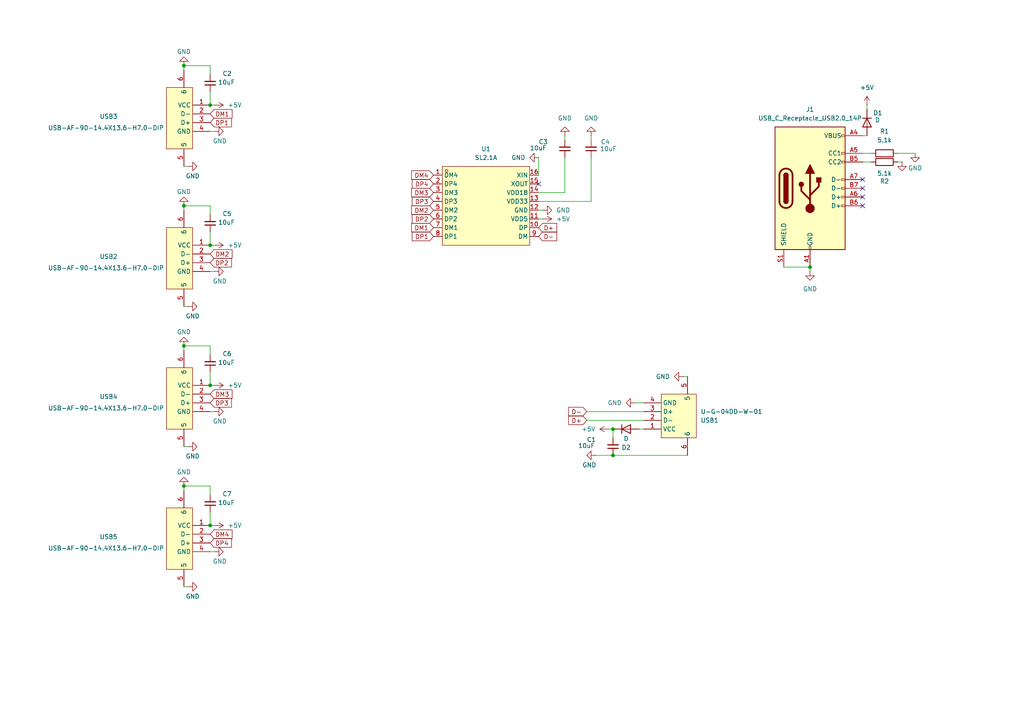
<source format=kicad_sch>
(kicad_sch (version 20250114) (generator "eeschema") (generator_version "9.0")
  (paper "A4")
  (lib_symbols
    (symbol "Connector:USB_C_Receptacle_USB2.0_14P" (pin_names (offset 1.016))
      (property "Reference" "J" (at 0 22.225 0))
      (property "Value" "USB_C_Receptacle_USB2.0_14P" (at 0 19.685 0))
      (symbol "USB_C_Receptacle_USB2.0_14P_0_0"
        (rectangle (start -0.254 -17.78) (end 0.254 -16.764))
        (rectangle (start 10.16 15.494) (end 9.144 14.986))
        (rectangle (start 10.16 10.414) (end 9.144 9.906))
        (rectangle (start 10.16 7.874) (end 9.144 7.366))
        (rectangle (start 10.16 2.794) (end 9.144 2.286))
        (rectangle (start 10.16 0.254) (end 9.144 -0.254))
        (rectangle (start 10.16 -2.286) (end 9.144 -2.794))
        (rectangle (start 10.16 -4.826) (end 9.144 -5.334))
      )
      (symbol "USB_C_Receptacle_USB2.0_14P_0_1"
        (rectangle (start -10.16 17.78) (end 10.16 -17.78) (stroke (width 0.254)) (fill (type background)))
        (polyline (pts (xy -8.89 -3.81) (xy -8.89 3.81)) (stroke (width 0.508)))
        (rectangle (start -7.62 -3.81) (end -6.35 3.81) (stroke (width 0.254)) (fill (type outline)))
        (arc (start -7.62 3.81) (mid -6.985 4.4423) (end -6.35 3.81) (stroke (width 0.254)))
        (arc (start -7.62 3.81) (mid -6.985 4.4423) (end -6.35 3.81) (stroke (width 0.254)) (fill (type outline)))
        (arc (start -8.89 3.81) (mid -6.985 5.7067) (end -5.08 3.81) (stroke (width 0.508)))
        (arc (start -5.08 -3.81) (mid -6.985 -5.7067) (end -8.89 -3.81) (stroke (width 0.508)))
        (arc (start -6.35 -3.81) (mid -6.985 -4.4423) (end -7.62 -3.81) (stroke (width 0.254)))
        (arc (start -6.35 -3.81) (mid -6.985 -4.4423) (end -7.62 -3.81) (stroke (width 0.254)) (fill (type outline)))
        (polyline (pts (xy -5.08 3.81) (xy -5.08 -3.81)) (stroke (width 0.508)))
        (circle (center -2.54 1.143) (radius 0.635) (stroke (width 0.254)) (fill (type outline)))
        (polyline (pts (xy -1.27 4.318) (xy 0 6.858) (xy 1.27 4.318) (xy -1.27 4.318)) (stroke (width 0.254)) (fill (type outline)))
        (polyline (pts (xy 0 -2.032) (xy 2.54 0.508) (xy 2.54 1.778)) (stroke (width 0.508)))
        (polyline (pts (xy 0 -3.302) (xy -2.54 -0.762) (xy -2.54 0.508)) (stroke (width 0.508)))
        (polyline (pts (xy 0 -5.842) (xy 0 4.318)) (stroke (width 0.508)))
        (circle (center 0 -5.842) (radius 1.27) (fill (type outline)))
        (rectangle (start 1.905 1.778) (end 3.175 3.048) (stroke (width 0.254)) (fill (type outline)))
      )
      (symbol "USB_C_Receptacle_USB2.0_14P_1_1"
        (pin passive line (at -7.62 -22.86 90) (length 5.08) (name "SHIELD") (number "S1"))
        (pin passive line (at 0 -22.86 90) (length 5.08) (name "GND") (number "A1"))
        (pin passive line (at 0 -22.86 90) (length 5.08) (hide yes) (name "GND") (number "A12"))
        (pin passive line (at 0 -22.86 90) (length 5.08) (hide yes) (name "GND") (number "B1"))
        (pin passive line (at 0 -22.86 90) (length 5.08) (hide yes) (name "GND") (number "B12"))
        (pin passive line (at 15.24 15.24 180) (length 5.08) (name "VBUS") (number "A4"))
        (pin passive line (at 15.24 15.24 180) (length 5.08) (hide yes) (name "VBUS") (number "A9"))
        (pin passive line (at 15.24 15.24 180) (length 5.08) (hide yes) (name "VBUS") (number "B4"))
        (pin passive line (at 15.24 15.24 180) (length 5.08) (hide yes) (name "VBUS") (number "B9"))
        (pin bidirectional line (at 15.24 10.16 180) (length 5.08) (name "CC1") (number "A5"))
        (pin bidirectional line (at 15.24 7.62 180) (length 5.08) (name "CC2") (number "B5"))
        (pin bidirectional line (at 15.24 2.54 180) (length 5.08) (name "D-") (number "A7"))
        (pin bidirectional line (at 15.24 0 180) (length 5.08) (name "D-") (number "B7"))
        (pin bidirectional line (at 15.24 -2.54 180) (length 5.08) (name "D+") (number "A6"))
        (pin bidirectional line (at 15.24 -5.08 180) (length 5.08) (name "D+") (number "B6"))
      )
    )
    (symbol "CoreChips_SL2.1A:SL2.1A"
      (property "Reference" "U" (at 0 13.97 0))
      (property "Value" "SL2.1A" (at 0 -13.97 0))
      (symbol "SL2.1A_0_1"
        (rectangle (start -12.7 11.43) (end 12.7 -11.43) (fill (type background)))
        (circle (center -11.43 10.16) (radius 0.38))
        (pin unspecified line (at -15.24 8.89 0) (length 2.54) (name "DM4") (number "1"))
        (pin unspecified line (at -15.24 6.35 0) (length 2.54) (name "DP4") (number "2"))
        (pin unspecified line (at -15.24 3.81 0) (length 2.54) (name "DM3") (number "3"))
        (pin unspecified line (at -15.24 1.27 0) (length 2.54) (name "DP3") (number "4"))
        (pin unspecified line (at -15.24 -1.27 0) (length 2.54) (name "DM2") (number "5"))
        (pin unspecified line (at -15.24 -3.81 0) (length 2.54) (name "DP2") (number "6"))
        (pin unspecified line (at -15.24 -6.35 0) (length 2.54) (name "DM1") (number "7"))
        (pin unspecified line (at -15.24 -8.89 0) (length 2.54) (name "DP1") (number "8"))
        (pin unspecified line (at 15.24 8.89 180) (length 2.54) (name "XIN") (number "16"))
        (pin unspecified line (at 15.24 6.35 180) (length 2.54) (name "XOUT") (number "15"))
        (pin unspecified line (at 15.24 3.81 180) (length 2.54) (name "VDD18") (number "14"))
        (pin unspecified line (at 15.24 1.27 180) (length 2.54) (name "VDD33") (number "13"))
        (pin unspecified line (at 15.24 -1.27 180) (length 2.54) (name "GND") (number "12"))
        (pin unspecified line (at 15.24 -3.81 180) (length 2.54) (name "VDD5") (number "11"))
        (pin unspecified line (at 15.24 -6.35 180) (length 2.54) (name "DP") (number "10"))
        (pin unspecified line (at 15.24 -8.89 180) (length 2.54) (name "DM") (number "9"))
      )
    )
    (symbol "Device:C_Small" (pin_numbers (hide yes)) (pin_names (offset 0.254) (hide yes))
      (property "Reference" "C" (at 0.254 1.778 0))
      (property "Value" "C_Small" (at 0.254 -2.032 0))
      (symbol "C_Small_0_1"
        (polyline (pts (xy -1.524 0.508) (xy 1.524 0.508)) (stroke (width 0.3048)))
        (polyline (pts (xy -1.524 -0.508) (xy 1.524 -0.508)) (stroke (width 0.3302)))
      )
      (symbol "C_Small_1_1"
        (pin passive line (at 0 2.54 270) (length 2.032) (name "~") (number "1"))
        (pin passive line (at 0 -2.54 90) (length 2.032) (name "~") (number "2"))
      )
    )
    (symbol "Device:D" (pin_numbers (hide yes)) (pin_names (offset 1.016) (hide yes))
      (property "Reference" "D" (at 0 2.54 0))
      (property "Value" "D" (at 0 -2.54 0))
      (symbol "D_0_1"
        (polyline (pts (xy -1.27 1.27) (xy -1.27 -1.27)) (stroke (width 0.254)))
        (polyline (pts (xy 1.27 1.27) (xy 1.27 -1.27) (xy -1.27 0) (xy 1.27 1.27)) (stroke (width 0.254)))
        (polyline (pts (xy 1.27 0) (xy -1.27 0)))
      )
      (symbol "D_1_1"
        (pin passive line (at -3.81 0 0) (length 2.54) (name "K") (number "1"))
        (pin passive line (at 3.81 0 180) (length 2.54) (name "A") (number "2"))
      )
    )
    (symbol "Device:R" (pin_numbers (hide yes)) (pin_names (offset 0))
      (property "Reference" "R" (at 2.032 0 90))
      (property "Value" "R" (at 0 0 90))
      (symbol "R_0_1"
        (rectangle (start -1.016 -2.54) (end 1.016 2.54) (stroke (width 0.254)))
      )
      (symbol "R_1_1"
        (pin passive line (at 0 3.81 270) (length 1.27) (name "~") (number "1"))
        (pin passive line (at 0 -3.81 90) (length 1.27) (name "~") (number "2"))
      )
    )
    (symbol "USB_A_Plug:U-G-04DD-W-01"
      (property "Reference" "USB" (at 0 16.51 0))
      (property "Value" "U-G-04DD-W-01" (at 0 -16.51 0))
      (symbol "U-G-04DD-W-01_0_1"
        (rectangle (start -8.89 6.35) (end 1.27 -6.35) (fill (type background)))
        (pin unspecified line (at -6.35 11.43 270) (length 5.08) (name "6") (number "6"))
        (pin unspecified line (at -6.35 -11.43 90) (length 5.08) (name "5") (number "5"))
        (pin unspecified line (at 6.35 3.81 180) (length 5.08) (name "VCC") (number "1"))
        (pin unspecified line (at 6.35 1.27 180) (length 5.08) (name "D-") (number "2"))
        (pin unspecified line (at 6.35 -1.27 180) (length 5.08) (name "D+") (number "3"))
        (pin unspecified line (at 6.35 -3.81 180) (length 5.08) (name "GND") (number "4"))
      )
    )
    (symbol "USB_A_Socket:USB-AF-90-14.4X13.6-H7.0-DIP"
      (property "Reference" "USB" (at 0 7.62 0))
      (property "Value" "USB-AF-90-14.4X13.6-H7.0-DIP" (at 0 -10.16 0))
      (symbol "USB-AF-90-14.4X13.6-H7.0-DIP_0_1"
        (rectangle (start -7.62 7.62) (end 10.16 0) (fill (type background)))
        (pin unspecified line (at -12.7 2.54 0) (length 5.08) (name "5") (number "5"))
        (pin unspecified line (at -2.54 -5.08 90) (length 5.08) (name "GND") (number "4"))
        (pin unspecified line (at 0 -5.08 90) (length 5.08) (name "D+") (number "3"))
        (pin unspecified line (at 2.54 -5.08 90) (length 5.08) (name "D-") (number "2"))
        (pin unspecified line (at 5.08 -5.08 90) (length 5.08) (name "VCC") (number "1"))
        (pin unspecified line (at 15.24 2.54 180) (length 5.08) (name "6") (number "6"))
      )
    )
    (symbol "power:+5V" (power) (pin_numbers (hide yes)) (pin_names (offset 0) (hide yes))
      (property "Value" "+5V" (at 0 3.556 0))
      (symbol "+5V_0_1"
        (polyline (pts (xy -0.762 1.27) (xy 0 2.54)))
        (polyline (pts (xy 0 2.54) (xy 0.762 1.27)))
        (polyline (pts (xy 0 0) (xy 0 2.54)))
      )
      (symbol "+5V_1_1"
        (pin power_in line (at 0 0 90) (length 0) (name "~") (number "1"))
      )
    )
    (symbol "power:GND" (power) (pin_numbers (hide yes)) (pin_names (offset 0) (hide yes))
      (property "Value" "GND" (at 0 -3.81 0))
      (symbol "GND_0_1"
        (polyline (pts (xy 0 0) (xy 0 -1.27) (xy 1.27 -1.27) (xy 0 -2.54) (xy -1.27 -1.27) (xy 0 -1.27)))
      )
      (symbol "GND_1_1"
        (pin power_in line (at 0 0 270) (length 0) (name "~") (number "1"))
      )
    )
  )
  (junction (at 60.96 71.12))
  (junction (at 60.96 152.4))
  (junction (at 177.8 124.46))
  (junction (at 177.8 132.08))
  (junction (at 60.96 111.76))
  (junction (at 53.34 19.05))
  (junction (at 53.34 59.69))
  (junction (at 60.96 30.48))
  (junction (at 53.34 140.97))
  (junction (at 53.34 100.33))
  (junction (at 234.95 77.47))
  (no_connect (at 156.21 53.34))
  (no_connect (at 250.19 54.61))
  (no_connect (at 250.19 57.15))
  (no_connect (at 250.19 52.07))
  (no_connect (at 250.19 59.69))
  (wire (pts (xy 156.21 58.42) (xy 171.45 58.42)))
  (wire (pts (xy 170.18 119.38) (xy 186.69 119.38)))
  (wire (pts (xy 170.18 121.92) (xy 186.69 121.92)))
  (wire (pts (xy 252.73 44.45) (xy 250.19 44.45)))
  (wire (pts (xy 60.96 19.05) (xy 60.96 21.59)))
  (wire (pts (xy 227.33 77.47) (xy 234.95 77.47)))
  (wire (pts (xy 60.96 26.67) (xy 60.96 30.48)))
  (wire (pts (xy 157.48 63.5) (xy 156.21 63.5)))
  (wire (pts (xy 177.8 132.08) (xy 199.39 132.08)))
  (wire (pts (xy 53.34 59.69) (xy 53.34 60.96)))
  (wire (pts (xy 62.23 111.76) (xy 60.96 111.76)))
  (wire (pts (xy 62.23 30.48) (xy 60.96 30.48)))
  (wire (pts (xy 172.72 132.08) (xy 177.8 132.08)))
  (wire (pts (xy 265.43 44.45) (xy 260.35 44.45)))
  (wire (pts (xy 62.23 78.74) (xy 60.96 78.74)))
  (wire (pts (xy 157.48 60.96) (xy 156.21 60.96)))
  (wire (pts (xy 62.23 119.38) (xy 60.96 119.38)))
  (wire (pts (xy 156.21 45.72) (xy 156.21 50.8)))
  (wire (pts (xy 60.96 148.59) (xy 60.96 152.4)))
  (wire (pts (xy 62.23 160.02) (xy 60.96 160.02)))
  (wire (pts (xy 163.83 39.37) (xy 163.83 40.64)))
  (wire (pts (xy 60.96 100.33) (xy 53.34 100.33)))
  (wire (pts (xy 53.34 100.33) (xy 53.34 101.6)))
  (wire (pts (xy 60.96 107.95) (xy 60.96 111.76)))
  (wire (pts (xy 171.45 39.37) (xy 171.45 40.64)))
  (wire (pts (xy 54.61 129.54) (xy 53.34 129.54)))
  (wire (pts (xy 185.42 124.46) (xy 186.69 124.46)))
  (wire (pts (xy 261.62 46.99) (xy 260.35 46.99)))
  (wire (pts (xy 234.95 78.74) (xy 234.95 77.47)))
  (wire (pts (xy 177.8 127) (xy 177.8 124.46)))
  (wire (pts (xy 60.96 67.31) (xy 60.96 71.12)))
  (wire (pts (xy 62.23 71.12) (xy 60.96 71.12)))
  (wire (pts (xy 60.96 140.97) (xy 60.96 143.51)))
  (wire (pts (xy 176.53 124.46) (xy 177.8 124.46)))
  (wire (pts (xy 53.34 140.97) (xy 53.34 142.24)))
  (wire (pts (xy 156.21 55.88) (xy 163.83 55.88)))
  (wire (pts (xy 54.61 88.9) (xy 53.34 88.9)))
  (wire (pts (xy 54.61 48.26) (xy 53.34 48.26)))
  (wire (pts (xy 163.83 55.88) (xy 163.83 45.72)))
  (wire (pts (xy 62.23 38.1) (xy 60.96 38.1)))
  (wire (pts (xy 251.46 30.48) (xy 251.46 31.75)))
  (wire (pts (xy 184.15 116.84) (xy 186.69 116.84)))
  (wire (pts (xy 60.96 19.05) (xy 53.34 19.05)))
  (wire (pts (xy 251.46 39.37) (xy 250.19 39.37)))
  (wire (pts (xy 62.23 152.4) (xy 60.96 152.4)))
  (wire (pts (xy 60.96 59.69) (xy 53.34 59.69)))
  (wire (pts (xy 171.45 58.42) (xy 171.45 45.72)))
  (wire (pts (xy 60.96 100.33) (xy 60.96 102.87)))
  (wire (pts (xy 54.61 170.18) (xy 53.34 170.18)))
  (wire (pts (xy 252.73 46.99) (xy 250.19 46.99)))
  (wire (pts (xy 53.34 19.05) (xy 53.34 20.32)))
  (wire (pts (xy 60.96 59.69) (xy 60.96 62.23)))
  (wire (pts (xy 198.12 109.22) (xy 199.39 109.22)))
  (wire (pts (xy 60.96 140.97) (xy 53.34 140.97)))
  (global_label "DM2" (shape input) (at 125.73 60.96 180) (property "Intersheetrefs" "${INTERSHEET_REFS}" (effects (hide yes))))
  (global_label "DP2" (shape input) (at 125.73 63.5 180) (property "Intersheetrefs" "${INTERSHEET_REFS}" (effects (hide yes))))
  (global_label "D+" (shape input) (at 156.21 66.04 0) (property "Intersheetrefs" "${INTERSHEET_REFS}" (effects (hide yes))))
  (global_label "DM1" (shape input) (at 60.96 33.02 0) (property "Intersheetrefs" "${INTERSHEET_REFS}" (effects (hide yes))))
  (global_label "DP1" (shape input) (at 60.96 35.56 0) (property "Intersheetrefs" "${INTERSHEET_REFS}" (effects (hide yes))))
  (global_label "DP4" (shape input) (at 125.73 53.34 180) (property "Intersheetrefs" "${INTERSHEET_REFS}" (effects (hide yes))))
  (global_label "DP3" (shape input) (at 60.96 116.84 0) (property "Intersheetrefs" "${INTERSHEET_REFS}" (effects (hide yes))))
  (global_label "DP3" (shape input) (at 125.73 58.42 180) (property "Intersheetrefs" "${INTERSHEET_REFS}" (effects (hide yes))))
  (global_label "DP1" (shape input) (at 125.73 68.58 180) (property "Intersheetrefs" "${INTERSHEET_REFS}" (effects (hide yes))))
  (global_label "D+" (shape input) (at 170.18 121.92 180) (property "Intersheetrefs" "${INTERSHEET_REFS}" (effects (hide yes))))
  (global_label "DP2" (shape input) (at 60.96 76.2 0) (property "Intersheetrefs" "${INTERSHEET_REFS}" (effects (hide yes))))
  (global_label "DM1" (shape input) (at 125.73 66.04 180) (property "Intersheetrefs" "${INTERSHEET_REFS}" (effects (hide yes))))
  (global_label "D-" (shape input) (at 156.21 68.58 0) (property "Intersheetrefs" "${INTERSHEET_REFS}" (effects (hide yes))))
  (global_label "DM4" (shape input) (at 60.96 154.94 0) (property "Intersheetrefs" "${INTERSHEET_REFS}" (effects (hide yes))))
  (global_label "D-" (shape input) (at 170.18 119.38 180) (property "Intersheetrefs" "${INTERSHEET_REFS}" (effects (hide yes))))
  (global_label "DM3" (shape input) (at 60.96 114.3 0) (property "Intersheetrefs" "${INTERSHEET_REFS}" (effects (hide yes))))
  (global_label "DM4" (shape input) (at 125.73 50.8 180) (property "Intersheetrefs" "${INTERSHEET_REFS}" (effects (hide yes))))
  (global_label "DP4" (shape input) (at 60.96 157.48 0) (property "Intersheetrefs" "${INTERSHEET_REFS}" (effects (hide yes))))
  (global_label "DM3" (shape input) (at 125.73 55.88 180) (property "Intersheetrefs" "${INTERSHEET_REFS}" (effects (hide yes))))
  (global_label "DM2" (shape input) (at 60.96 73.66 0) (property "Intersheetrefs" "${INTERSHEET_REFS}" (effects (hide yes))))
  (symbol (lib_id "power:+5V") (at 251.46 30.48 0) (unit 1)
    (property "Reference" "#PWR04" (effects (hide yes)))
    (property "Value" "+5V" (at 251.46 25.4 0))
    (property "Description" "Power symbol creates a global label with name \"+5V\"" (effects (hide yes)))
  )
  (symbol (lib_id "power:GND") (at 157.48 60.96 90) (unit 1)
    (property "Reference" "#PWR05" (effects (hide yes)))
    (property "Value" "GND" (at 161.29 60.9599 90) (effects (justify right)))
    (property "Description" "Power symbol creates a global label with name \"GND\" , ground" (effects (hide yes)))
  )
  (symbol (lib_id "USB_A_Socket:USB-AF-90-14.4X13.6-H7.0-DIP") (at 55.88 157.48 90) (unit 1)
    (property "Reference" "USB5" (at 31.496 155.702 90))
    (property "Value" "USB-AF-90-14.4X13.6-H7.0-DIP" (at 30.734 159.004 90))
    (property "Footprint" "USB_A_Socket:USB-A-TH_C46407" (effects (hide yes)))
    (property "Datasheet" "https://lcsc.com/product-detail/USB-Connectors_A-F90-White-plastic-Not-high-temperature_C46407.html" (effects (hide yes)))
    (property "LCSC Part" "C46407" (effects (hide yes)))
  )
  (symbol (lib_id "power:GND") (at 156.21 45.72 270) (unit 1)
    (property "Reference" "#PWR017" (effects (hide yes)))
    (property "Value" "GND" (at 152.4 45.7199 90) (effects (justify right)))
    (property "Description" "Power symbol creates a global label with name \"GND\" , ground" (effects (hide yes)))
  )
  (symbol (lib_id "CoreChips_SL2.1A:SL2.1A") (at 140.97 59.69 0) (unit 1)
    (property "Reference" "U1" (at 140.97 43.18 0))
    (property "Value" "SL2.1A" (at 140.97 45.72 0))
    (property "Footprint" "CoreChips_SL2.1A:SOP-16_L10.0-W3.9-P1.27-LS6.0-BL" (effects (hide yes)))
    (property "Datasheet" "https://lcsc.com/product-detail/Others_CoreChips-SL2-1A_C192893.html" (effects (hide yes)))
    (property "LCSC Part" "C192893" (effects (hide yes)))
  )
  (symbol (lib_id "power:GND") (at 53.34 100.33 180) (unit 1)
    (property "Reference" "#PWR022" (effects (hide yes)))
    (property "Value" "GND" (at 53.34 96.266 0))
    (property "Description" "Power symbol creates a global label with name \"GND\" , ground" (effects (hide yes)))
  )
  (symbol (lib_id "Device:C_Small") (at 60.96 105.41 180) (unit 1)
    (property "Reference" "C6" (at 64.516 102.616 0) (effects (justify right)))
    (property "Value" "10uF" (at 63.246 105.156 0) (effects (justify right)))
    (property "Footprint" "Decoupling_Capacitor:C0603" (effects (hide yes)))
    (property "Description" "Unpolarized capacitor, small symbol" (effects (hide yes)))
  )
  (symbol (lib_id "Device:D") (at 181.61 124.46 0) (unit 1)
    (property "Reference" "D2" (at 181.61 129.794 0))
    (property "Value" "D" (at 181.61 127.254 0))
    (property "Footprint" "Diode:SOD-323_L1.8-W1.3-LS2.5-RD" (effects (hide yes)))
    (property "Description" "Diode" (effects (hide yes)))
    (property "Sim.Device" "D" (effects (hide yes)))
    (property "Sim.Pins" "1=K 2=A" (effects (hide yes)))
  )
  (symbol (lib_id "power:GND") (at 53.34 19.05 180) (unit 1)
    (property "Reference" "#PWR08" (effects (hide yes)))
    (property "Value" "GND" (at 53.34 14.986 0))
    (property "Description" "Power symbol creates a global label with name \"GND\" , ground" (effects (hide yes)))
  )
  (symbol (lib_id "power:GND") (at 54.61 48.26 90) (unit 1)
    (property "Reference" "#PWR07" (effects (hide yes)))
    (property "Value" "GND" (at 55.88 51.054 90))
    (property "Description" "Power symbol creates a global label with name \"GND\" , ground" (effects (hide yes)))
  )
  (symbol (lib_id "Device:C_Small") (at 171.45 43.18 180) (unit 1)
    (property "Reference" "C4" (at 174.244 41.148 0) (effects (justify right)))
    (property "Value" "10uF" (at 173.99 43.18 0) (effects (justify right)))
    (property "Footprint" "Decoupling_Capacitor:C0603" (effects (hide yes)))
    (property "Description" "Unpolarized capacitor, small symbol" (effects (hide yes)))
  )
  (symbol (lib_id "power:GND") (at 265.43 44.45 0) (unit 1)
    (property "Reference" "#PWR012" (effects (hide yes)))
    (property "Value" "GND" (at 265.43 48.768 0))
    (property "Description" "Power symbol creates a global label with name \"GND\" , ground" (effects (hide yes)))
  )
  (symbol (lib_id "Connector:USB_C_Receptacle_USB2.0_14P") (at 234.95 54.61 0) (unit 1)
    (property "Reference" "J1" (at 234.95 31.75 0))
    (property "Value" "USB_C_Receptacle_USB2.0_14P" (at 234.95 34.29 0))
    (property "Footprint" "Connector_USB:USB_C_Receptacle_XKB_U262-16XN-4BVC11" (effects (hide yes)))
    (property "Datasheet" "https://www.usb.org/sites/default/files/documents/usb_type-c.zip" (effects (hide yes)))
    (property "Description" "USB 2.0-only 14P Type-C Receptacle connector" (effects (hide yes)))
  )
  (symbol (lib_id "USB_A_Socket:USB-AF-90-14.4X13.6-H7.0-DIP") (at 55.88 76.2 90) (unit 1)
    (property "Reference" "USB2" (at 31.496 74.422 90))
    (property "Value" "USB-AF-90-14.4X13.6-H7.0-DIP" (at 30.734 77.724 90))
    (property "Footprint" "USB_A_Socket:USB-A-TH_C46407" (effects (hide yes)))
    (property "Datasheet" "https://lcsc.com/product-detail/USB-Connectors_A-F90-White-plastic-Not-high-temperature_C46407.html" (effects (hide yes)))
    (property "LCSC Part" "C46407" (effects (hide yes)))
  )
  (symbol (lib_id "Device:C_Small") (at 60.96 146.05 180) (unit 1)
    (property "Reference" "C7" (at 64.516 143.256 0) (effects (justify right)))
    (property "Value" "10uF" (at 63.246 145.796 0) (effects (justify right)))
    (property "Footprint" "Decoupling_Capacitor:C0603" (effects (hide yes)))
    (property "Description" "Unpolarized capacitor, small symbol" (effects (hide yes)))
  )
  (symbol (lib_id "power:+5V") (at 62.23 30.48 270) (unit 1)
    (property "Reference" "#PWR014" (effects (hide yes)))
    (property "Value" "+5V" (at 66.04 30.4799 90) (effects (justify left)))
    (property "Description" "Power symbol creates a global label with name \"+5V\"" (effects (hide yes)))
  )
  (symbol (lib_id "power:GND") (at 171.45 39.37 180) (unit 1)
    (property "Reference" "#PWR016" (effects (hide yes)))
    (property "Value" "GND" (at 171.45 34.29 0))
    (property "Description" "Power symbol creates a global label with name \"GND\" , ground" (effects (hide yes)))
  )
  (symbol (lib_id "power:GND") (at 62.23 119.38 90) (unit 1)
    (property "Reference" "#PWR024" (effects (hide yes)))
    (property "Value" "GND" (at 63.754 122.174 90))
    (property "Description" "Power symbol creates a global label with name \"GND\" , ground" (effects (hide yes)))
  )
  (symbol (lib_id "Device:R") (at 256.54 46.99 90) (unit 1)
    (property "Reference" "R2" (at 256.54 52.578 90))
    (property "Value" "5.1k" (at 256.54 50.292 90))
    (property "Footprint" "Resistor:R0402" (effects (hide yes)))
    (property "Description" "Resistor" (effects (hide yes)))
  )
  (symbol (lib_id "power:GND") (at 184.15 116.84 270) (unit 1)
    (property "Reference" "#PWR06" (effects (hide yes)))
    (property "Value" "GND" (at 180.34 116.8401 90) (effects (justify right)))
    (property "Description" "Power symbol creates a global label with name \"GND\" , ground" (effects (hide yes)))
  )
  (symbol (lib_id "power:GND") (at 198.12 109.22 270) (unit 1)
    (property "Reference" "#PWR01" (effects (hide yes)))
    (property "Value" "GND" (at 194.31 109.2201 90) (effects (justify right)))
    (property "Description" "Power symbol creates a global label with name \"GND\" , ground" (effects (hide yes)))
  )
  (symbol (lib_id "power:GND") (at 163.83 39.37 180) (unit 1)
    (property "Reference" "#PWR015" (effects (hide yes)))
    (property "Value" "GND" (at 163.83 34.29 0))
    (property "Description" "Power symbol creates a global label with name \"GND\" , ground" (effects (hide yes)))
  )
  (symbol (lib_id "Device:C_Small") (at 60.96 64.77 180) (unit 1)
    (property "Reference" "C5" (at 64.516 61.976 0) (effects (justify right)))
    (property "Value" "10uF" (at 63.246 64.516 0) (effects (justify right)))
    (property "Footprint" "Decoupling_Capacitor:C0603" (effects (hide yes)))
    (property "Description" "Unpolarized capacitor, small symbol" (effects (hide yes)))
  )
  (symbol (lib_id "Device:C_Small") (at 60.96 24.13 180) (unit 1)
    (property "Reference" "C2" (at 64.516 21.336 0) (effects (justify right)))
    (property "Value" "10uF" (at 63.246 23.876 0) (effects (justify right)))
    (property "Footprint" "Decoupling_Capacitor:C0603" (effects (hide yes)))
    (property "Description" "Unpolarized capacitor, small symbol" (effects (hide yes)))
  )
  (symbol (lib_id "power:+5V") (at 176.53 124.46 90) (unit 1)
    (property "Reference" "#PWR011" (effects (hide yes)))
    (property "Value" "+5V" (at 172.72 124.4599 90) (effects (justify left)))
    (property "Description" "Power symbol creates a global label with name \"+5V\"" (effects (hide yes)))
  )
  (symbol (lib_id "power:GND") (at 172.72 132.08 270) (unit 1)
    (property "Reference" "#PWR02" (effects (hide yes)))
    (property "Value" "GND" (at 172.974 134.874 90) (effects (justify right)))
    (property "Description" "Power symbol creates a global label with name \"GND\" , ground" (effects (hide yes)))
  )
  (symbol (lib_id "power:+5V") (at 62.23 71.12 270) (unit 1)
    (property "Reference" "#PWR019" (effects (hide yes)))
    (property "Value" "+5V" (at 66.04 71.1199 90) (effects (justify left)))
    (property "Description" "Power symbol creates a global label with name \"+5V\"" (effects (hide yes)))
  )
  (symbol (lib_id "Device:D") (at 251.46 35.56 270) (unit 1)
    (property "Reference" "D1" (at 253.238 32.766 90) (effects (justify left)))
    (property "Value" "D" (at 253.746 34.798 90) (effects (justify left)))
    (property "Footprint" "Diode:SOD-323_L1.8-W1.3-LS2.5-RD" (effects (hide yes)))
    (property "Description" "Diode" (effects (hide yes)))
    (property "Sim.Device" "D" (effects (hide yes)))
    (property "Sim.Pins" "1=K 2=A" (effects (hide yes)))
  )
  (symbol (lib_id "USB_A_Socket:USB-AF-90-14.4X13.6-H7.0-DIP") (at 55.88 116.84 90) (unit 1)
    (property "Reference" "USB4" (at 31.496 115.062 90))
    (property "Value" "USB-AF-90-14.4X13.6-H7.0-DIP" (at 30.734 118.364 90))
    (property "Footprint" "USB_A_Socket:USB-A-TH_C46407" (effects (hide yes)))
    (property "Datasheet" "https://lcsc.com/product-detail/USB-Connectors_A-F90-White-plastic-Not-high-temperature_C46407.html" (effects (hide yes)))
    (property "LCSC Part" "C46407" (effects (hide yes)))
  )
  (symbol (lib_id "power:GND") (at 261.62 46.99 0) (unit 1)
    (property "Reference" "#PWR013" (effects (hide yes)))
    (property "Value" "GND" (effects (hide yes)))
    (property "Description" "Power symbol creates a global label with name \"GND\" , ground" (effects (hide yes)))
  )
  (symbol (lib_id "power:+5V") (at 157.48 63.5 270) (unit 1)
    (property "Reference" "#PWR010" (effects (hide yes)))
    (property "Value" "+5V" (at 161.29 63.4999 90) (effects (justify left)))
    (property "Description" "Power symbol creates a global label with name \"+5V\"" (effects (hide yes)))
  )
  (symbol (lib_id "power:GND") (at 62.23 78.74 90) (unit 1)
    (property "Reference" "#PWR020" (effects (hide yes)))
    (property "Value" "GND" (at 63.754 81.534 90))
    (property "Description" "Power symbol creates a global label with name \"GND\" , ground" (effects (hide yes)))
  )
  (symbol (lib_id "USB_A_Socket:USB-AF-90-14.4X13.6-H7.0-DIP") (at 55.88 35.56 90) (unit 1)
    (property "Reference" "USB3" (at 31.496 33.782 90))
    (property "Value" "USB-AF-90-14.4X13.6-H7.0-DIP" (at 30.734 37.084 90))
    (property "Footprint" "USB_A_Socket:USB-A-TH_C46407" (effects (hide yes)))
    (property "Datasheet" "https://lcsc.com/product-detail/USB-Connectors_A-F90-White-plastic-Not-high-temperature_C46407.html" (effects (hide yes)))
    (property "LCSC Part" "C46407" (effects (hide yes)))
  )
  (symbol (lib_id "power:+5V") (at 62.23 111.76 270) (unit 1)
    (property "Reference" "#PWR023" (effects (hide yes)))
    (property "Value" "+5V" (at 66.04 111.7599 90) (effects (justify left)))
    (property "Description" "Power symbol creates a global label with name \"+5V\"" (effects (hide yes)))
  )
  (symbol (lib_id "USB_A_Plug:U-G-04DD-W-01") (at 193.04 120.65 180) (unit 1)
    (property "Reference" "USB1" (at 203.2 121.9201 0) (effects (justify right)))
    (property "Value" "U-G-04DD-W-01" (at 203.2 119.3801 0) (effects (justify right)))
    (property "Footprint" "USB_A_Plug:USB-A-TH_U-G-04WD-W-01" (effects (hide yes)))
    (property "Datasheet" "https://lcsc.com/datasheet/lcsc_datasheet_1811131820_Korean-Hroparts-Elec-U-G-O4DD-W-1_C98125.pdf" (effects (hide yes)))
    (property "LCSC Part" "C98125" (effects (hide yes)))
  )
  (symbol (lib_id "power:GND") (at 53.34 59.69 180) (unit 1)
    (property "Reference" "#PWR018" (effects (hide yes)))
    (property "Value" "GND" (at 53.34 55.626 0))
    (property "Description" "Power symbol creates a global label with name \"GND\" , ground" (effects (hide yes)))
  )
  (symbol (lib_id "power:GND") (at 62.23 160.02 90) (unit 1)
    (property "Reference" "#PWR028" (effects (hide yes)))
    (property "Value" "GND" (at 63.754 162.814 90))
    (property "Description" "Power symbol creates a global label with name \"GND\" , ground" (effects (hide yes)))
  )
  (symbol (lib_id "power:GND") (at 53.34 140.97 180) (unit 1)
    (property "Reference" "#PWR026" (effects (hide yes)))
    (property "Value" "GND" (at 53.34 136.906 0))
    (property "Description" "Power symbol creates a global label with name \"GND\" , ground" (effects (hide yes)))
  )
  (symbol (lib_id "power:+5V") (at 62.23 152.4 270) (unit 1)
    (property "Reference" "#PWR027" (effects (hide yes)))
    (property "Value" "+5V" (at 66.04 152.3999 90) (effects (justify left)))
    (property "Description" "Power symbol creates a global label with name \"+5V\"" (effects (hide yes)))
  )
  (symbol (lib_id "Device:C_Small") (at 163.83 43.18 180) (unit 1)
    (property "Reference" "C3" (at 156.21 41.148 0) (effects (justify right)))
    (property "Value" "10uF" (at 153.67 42.926 0) (effects (justify right)))
    (property "Footprint" "Decoupling_Capacitor:C0603" (effects (hide yes)))
    (property "Description" "Unpolarized capacitor, small symbol" (effects (hide yes)))
  )
  (symbol (lib_id "Device:C_Small") (at 177.8 129.54 180) (unit 1)
    (property "Reference" "C1" (at 170.18 127.508 0) (effects (justify right)))
    (property "Value" "10uF" (at 167.64 129.286 0) (effects (justify right)))
    (property "Footprint" "Decoupling_Capacitor:C0603" (effects (hide yes)))
    (property "Description" "Unpolarized capacitor, small symbol" (effects (hide yes)))
  )
  (symbol (lib_id "power:GND") (at 54.61 88.9 90) (unit 1)
    (property "Reference" "#PWR021" (effects (hide yes)))
    (property "Value" "GND" (at 55.88 91.694 90))
    (property "Description" "Power symbol creates a global label with name \"GND\" , ground" (effects (hide yes)))
  )
  (symbol (lib_id "power:GND") (at 54.61 170.18 90) (unit 1)
    (property "Reference" "#PWR029" (effects (hide yes)))
    (property "Value" "GND" (at 55.88 172.974 90))
    (property "Description" "Power symbol creates a global label with name \"GND\" , ground" (effects (hide yes)))
  )
  (symbol (lib_id "power:GND") (at 54.61 129.54 90) (unit 1)
    (property "Reference" "#PWR025" (effects (hide yes)))
    (property "Value" "GND" (at 55.88 132.334 90))
    (property "Description" "Power symbol creates a global label with name \"GND\" , ground" (effects (hide yes)))
  )
  (symbol (lib_id "power:GND") (at 62.23 38.1 90) (unit 1)
    (property "Reference" "#PWR03" (effects (hide yes)))
    (property "Value" "GND" (at 63.754 40.894 90))
    (property "Description" "Power symbol creates a global label with name \"GND\" , ground" (effects (hide yes)))
  )
  (symbol (lib_id "power:GND") (at 234.95 78.74 0) (unit 1)
    (property "Reference" "#PWR09" (effects (hide yes)))
    (property "Value" "GND" (at 234.95 83.82 0))
    (property "Description" "Power symbol creates a global label with name \"GND\" , ground" (effects (hide yes)))
  )
  (symbol (lib_id "Device:R") (at 256.54 44.45 90) (unit 1)
    (property "Reference" "R1" (at 256.54 38.1 90))
    (property "Value" "5.1k" (at 256.54 40.64 90))
    (property "Footprint" "Resistor:R0402" (effects (hide yes)))
    (property "Description" "Resistor" (effects (hide yes)))
  )
)
</source>
